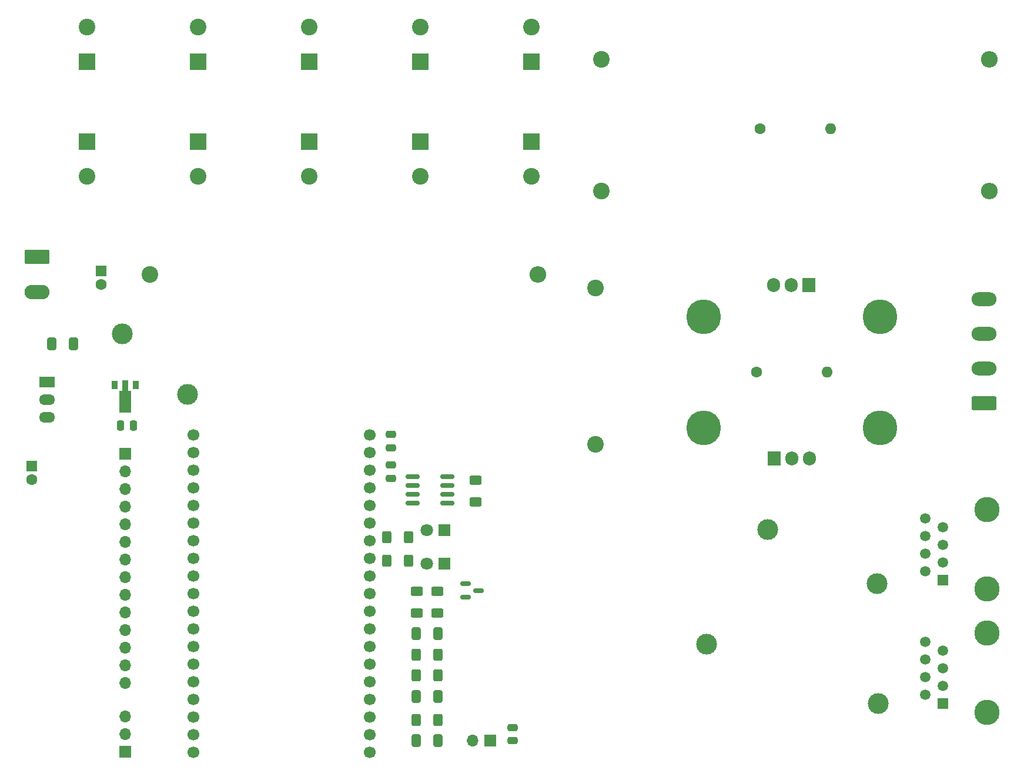
<source format=gts>
G04 #@! TF.GenerationSoftware,KiCad,Pcbnew,(6.0.9)*
G04 #@! TF.CreationDate,2022-11-29T22:23:48+01:00*
G04 #@! TF.ProjectId,power_module,706f7765-725f-46d6-9f64-756c652e6b69,rev?*
G04 #@! TF.SameCoordinates,Original*
G04 #@! TF.FileFunction,Soldermask,Top*
G04 #@! TF.FilePolarity,Negative*
%FSLAX46Y46*%
G04 Gerber Fmt 4.6, Leading zero omitted, Abs format (unit mm)*
G04 Created by KiCad (PCBNEW (6.0.9)) date 2022-11-29 22:23:48*
%MOMM*%
%LPD*%
G01*
G04 APERTURE LIST*
G04 Aperture macros list*
%AMRoundRect*
0 Rectangle with rounded corners*
0 $1 Rounding radius*
0 $2 $3 $4 $5 $6 $7 $8 $9 X,Y pos of 4 corners*
0 Add a 4 corners polygon primitive as box body*
4,1,4,$2,$3,$4,$5,$6,$7,$8,$9,$2,$3,0*
0 Add four circle primitives for the rounded corners*
1,1,$1+$1,$2,$3*
1,1,$1+$1,$4,$5*
1,1,$1+$1,$6,$7*
1,1,$1+$1,$8,$9*
0 Add four rect primitives between the rounded corners*
20,1,$1+$1,$2,$3,$4,$5,0*
20,1,$1+$1,$4,$5,$6,$7,0*
20,1,$1+$1,$6,$7,$8,$9,0*
20,1,$1+$1,$8,$9,$2,$3,0*%
%AMFreePoly0*
4,1,9,3.862500,-0.866500,0.737500,-0.866500,0.737500,-0.450000,-0.737500,-0.450000,-0.737500,0.450000,0.737500,0.450000,0.737500,0.866500,3.862500,0.866500,3.862500,-0.866500,3.862500,-0.866500,$1*%
G04 Aperture macros list end*
%ADD10RoundRect,0.250000X-0.400000X-0.625000X0.400000X-0.625000X0.400000X0.625000X-0.400000X0.625000X0*%
%ADD11RoundRect,0.150000X-0.825000X-0.150000X0.825000X-0.150000X0.825000X0.150000X-0.825000X0.150000X0*%
%ADD12RoundRect,0.150000X-0.587500X-0.150000X0.587500X-0.150000X0.587500X0.150000X-0.587500X0.150000X0*%
%ADD13RoundRect,0.250000X-0.412500X-0.650000X0.412500X-0.650000X0.412500X0.650000X-0.412500X0.650000X0*%
%ADD14R,2.400000X2.400000*%
%ADD15C,2.400000*%
%ADD16RoundRect,0.250000X0.625000X-0.400000X0.625000X0.400000X-0.625000X0.400000X-0.625000X-0.400000X0*%
%ADD17R,1.905000X2.000000*%
%ADD18O,1.905000X2.000000*%
%ADD19C,3.000000*%
%ADD20R,1.700000X1.700000*%
%ADD21O,1.700000X1.700000*%
%ADD22R,0.900000X1.300000*%
%ADD23FreePoly0,270.000000*%
%ADD24RoundRect,0.250000X1.550000X-0.750000X1.550000X0.750000X-1.550000X0.750000X-1.550000X-0.750000X0*%
%ADD25O,3.600000X2.000000*%
%ADD26R,2.300000X1.500000*%
%ADD27O,2.300000X1.500000*%
%ADD28C,1.600000*%
%ADD29O,1.600000X1.600000*%
%ADD30RoundRect,0.250000X0.475000X-0.250000X0.475000X0.250000X-0.475000X0.250000X-0.475000X-0.250000X0*%
%ADD31R,1.800000X1.800000*%
%ADD32C,1.800000*%
%ADD33RoundRect,0.250000X0.250000X0.475000X-0.250000X0.475000X-0.250000X-0.475000X0.250000X-0.475000X0*%
%ADD34RoundRect,0.249999X-1.550001X0.790001X-1.550001X-0.790001X1.550001X-0.790001X1.550001X0.790001X0*%
%ADD35O,3.600000X2.080000*%
%ADD36C,1.700000*%
%ADD37C,5.000000*%
%ADD38O,2.400000X2.400000*%
%ADD39C,3.650000*%
%ADD40R,1.500000X1.500000*%
%ADD41C,1.500000*%
%ADD42RoundRect,0.250000X-0.475000X0.250000X-0.475000X-0.250000X0.475000X-0.250000X0.475000X0.250000X0*%
%ADD43R,1.600000X1.600000*%
G04 APERTURE END LIST*
D10*
X87450000Y-132125000D03*
X90550000Y-132125000D03*
D11*
X86925000Y-97095000D03*
X86925000Y-98365000D03*
X86925000Y-99635000D03*
X86925000Y-100905000D03*
X91875000Y-100905000D03*
X91875000Y-99635000D03*
X91875000Y-98365000D03*
X91875000Y-97095000D03*
D12*
X94512500Y-112550000D03*
X94512500Y-114450000D03*
X96387500Y-113500000D03*
D13*
X87437500Y-119737500D03*
X90562500Y-119737500D03*
D14*
X104000000Y-37323959D03*
D15*
X104000000Y-32323959D03*
D14*
X72000000Y-37323959D03*
D15*
X72000000Y-32323959D03*
D16*
X96000000Y-100750000D03*
X96000000Y-97650000D03*
D17*
X138960000Y-94445000D03*
D18*
X141500000Y-94445000D03*
X144040000Y-94445000D03*
D17*
X144000000Y-69500000D03*
D18*
X141460000Y-69500000D03*
X138920000Y-69500000D03*
D15*
X113200000Y-69950000D03*
X113200000Y-92450000D03*
D19*
X153750000Y-112500000D03*
D14*
X56000000Y-37323959D03*
D15*
X56000000Y-32323959D03*
D14*
X72000000Y-48823959D03*
D15*
X72000000Y-53823959D03*
D20*
X98050000Y-135125000D03*
D21*
X95510000Y-135125000D03*
D19*
X45100000Y-76500000D03*
D14*
X40000000Y-48823959D03*
D15*
X40000000Y-53823959D03*
D10*
X83200000Y-109200000D03*
X86300000Y-109200000D03*
D22*
X47000000Y-83912500D03*
D23*
X45500000Y-84000000D03*
D22*
X44000000Y-83912500D03*
D24*
X169222500Y-86500000D03*
D25*
X169222500Y-81500000D03*
X169222500Y-76500000D03*
X169222500Y-71500000D03*
D19*
X129250000Y-121250000D03*
D26*
X34207500Y-83502500D03*
D27*
X34207500Y-86042500D03*
X34207500Y-88582500D03*
D28*
X136920000Y-47000000D03*
D29*
X147080000Y-47000000D03*
D19*
X138000000Y-104700000D03*
D30*
X83800000Y-97350000D03*
X83800000Y-95450000D03*
D14*
X40000000Y-37323959D03*
D15*
X40000000Y-32323959D03*
D19*
X54500000Y-85250000D03*
D16*
X87500000Y-116750000D03*
X87500000Y-113650000D03*
D28*
X136420000Y-82055000D03*
D29*
X146580000Y-82055000D03*
D31*
X91475000Y-104800000D03*
D32*
X88935000Y-104800000D03*
D13*
X34937500Y-78000000D03*
X38062500Y-78000000D03*
D33*
X46700000Y-89750000D03*
X44800000Y-89750000D03*
D10*
X87450000Y-122737500D03*
X90550000Y-122737500D03*
D14*
X88000000Y-48823959D03*
D15*
X88000000Y-53823959D03*
D34*
X32777500Y-65460000D03*
D35*
X32777500Y-70540000D03*
D13*
X87425000Y-135125000D03*
X90550000Y-135125000D03*
D36*
X80700000Y-136860000D03*
X80700000Y-134320000D03*
X80700000Y-131780000D03*
X80700000Y-129240000D03*
X80700000Y-126700000D03*
X80700000Y-124160000D03*
X80700000Y-121620000D03*
X80700000Y-119080000D03*
X80700000Y-116540000D03*
X80700000Y-114000000D03*
X80700000Y-111460000D03*
X80700000Y-108920000D03*
X80700000Y-106380000D03*
X80700000Y-103840000D03*
X80700000Y-101300000D03*
X80700000Y-98760000D03*
X80700000Y-96220000D03*
X80700000Y-93680000D03*
X80700000Y-91140000D03*
X55300000Y-136860000D03*
X55300000Y-134320000D03*
X55300000Y-131780000D03*
X55300000Y-129240000D03*
X55300000Y-126700000D03*
X55300000Y-124160000D03*
X55300000Y-121620000D03*
X55300000Y-119080000D03*
X55300000Y-116540000D03*
X55300000Y-114000000D03*
X55300000Y-111460000D03*
X55300000Y-108920000D03*
X55300000Y-106380000D03*
X55300000Y-103840000D03*
X55300000Y-101300000D03*
X55300000Y-98760000D03*
X55300000Y-96220000D03*
X55300000Y-93680000D03*
X55300000Y-91140000D03*
D37*
X128800000Y-74055000D03*
X154200000Y-74055000D03*
D15*
X114060000Y-37000000D03*
D38*
X169940000Y-37000000D03*
D14*
X104000000Y-48823959D03*
D15*
X104000000Y-53823959D03*
D39*
X169600000Y-101820000D03*
X169600000Y-113250000D03*
D40*
X163250000Y-111980000D03*
D41*
X160710000Y-110710000D03*
X163250000Y-109440000D03*
X160710000Y-108170000D03*
X163250000Y-106900000D03*
X160710000Y-105630000D03*
X163250000Y-104360000D03*
X160710000Y-103090000D03*
D19*
X154000000Y-129750000D03*
D10*
X83200000Y-105800000D03*
X86300000Y-105800000D03*
D13*
X87437500Y-128750000D03*
X90562500Y-128750000D03*
D15*
X114060000Y-56000000D03*
D38*
X169940000Y-56000000D03*
D14*
X56000000Y-48823959D03*
D15*
X56000000Y-53823959D03*
X49060000Y-68000000D03*
D38*
X104940000Y-68000000D03*
D31*
X91475000Y-109600000D03*
D32*
X88935000Y-109600000D03*
D37*
X154200000Y-90055000D03*
X128800000Y-90055000D03*
D20*
X45475000Y-136725000D03*
D21*
X45475000Y-134185000D03*
X45475000Y-131645000D03*
D42*
X83750000Y-91050000D03*
X83750000Y-92950000D03*
D39*
X169600000Y-119590000D03*
X169600000Y-131020000D03*
D40*
X163250000Y-129750000D03*
D41*
X160710000Y-128480000D03*
X163250000Y-127210000D03*
X160710000Y-125940000D03*
X163250000Y-124670000D03*
X160710000Y-123400000D03*
X163250000Y-122130000D03*
X160710000Y-120860000D03*
D16*
X90500000Y-116750000D03*
X90500000Y-113650000D03*
D14*
X88000000Y-37323959D03*
D15*
X88000000Y-32323959D03*
D20*
X45525000Y-93800000D03*
D21*
X45525000Y-96340000D03*
X45525000Y-98880000D03*
X45525000Y-101420000D03*
X45525000Y-103960000D03*
X45525000Y-106500000D03*
X45525000Y-109040000D03*
X45525000Y-111580000D03*
X45525000Y-114120000D03*
X45525000Y-116660000D03*
X45525000Y-119200000D03*
X45525000Y-121740000D03*
X45525000Y-124280000D03*
X45525000Y-126820000D03*
D43*
X42000000Y-67444888D03*
D28*
X42000000Y-69444888D03*
D42*
X101300000Y-133250000D03*
X101300000Y-135150000D03*
D43*
X32000000Y-95544888D03*
D28*
X32000000Y-97544888D03*
D10*
X87450000Y-125750000D03*
X90550000Y-125750000D03*
M02*

</source>
